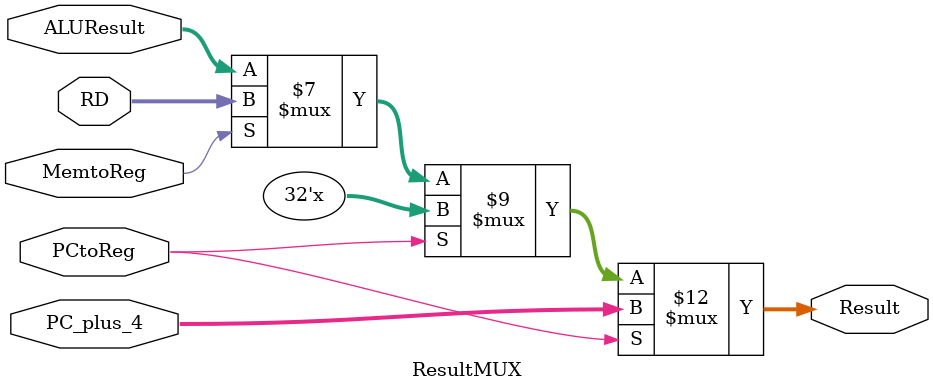
<source format=v>
`timescale 1ns / 1ps
module WriteRegMUX(
    input [31:0] instr,
    input RegDst,
	input raWrite,
    output reg [4:0] WriteReg = 0
    );
	
	always @* begin
		if (raWrite) begin
			WriteReg = 31;
		end
		else begin
			if (RegDst == 0) begin
				WriteReg = instr[20:16];
			end
			else begin
				WriteReg = instr[15:11];
			end
		end
	end
endmodule

module ALUSrcMUX(
    input [31:0] RD2,
	input [31:0] imm,
    input ALUSrc,
    output reg [31:0] B = 0
    );
	
	always @* begin
		if (ALUSrc == 0) begin
			B  = RD2;
		end
		else begin
			B = imm;
		end
	end
endmodule

module ResultMUX(
    input [31:0] RD,
	input [31:0] ALUResult,
	input [31:0] PC_plus_4,
    input MemtoReg,
	input PCtoReg,
    output reg [31:0] Result = 0
    );
	
	always @* begin
		if (PCtoReg == 0) begin
			if (MemtoReg == 0) begin
				Result = ALUResult;
			end
			else begin
				Result = RD;
			end
		end
		else begin
			Result = PC_plus_4;
		end
	end
endmodule

</source>
